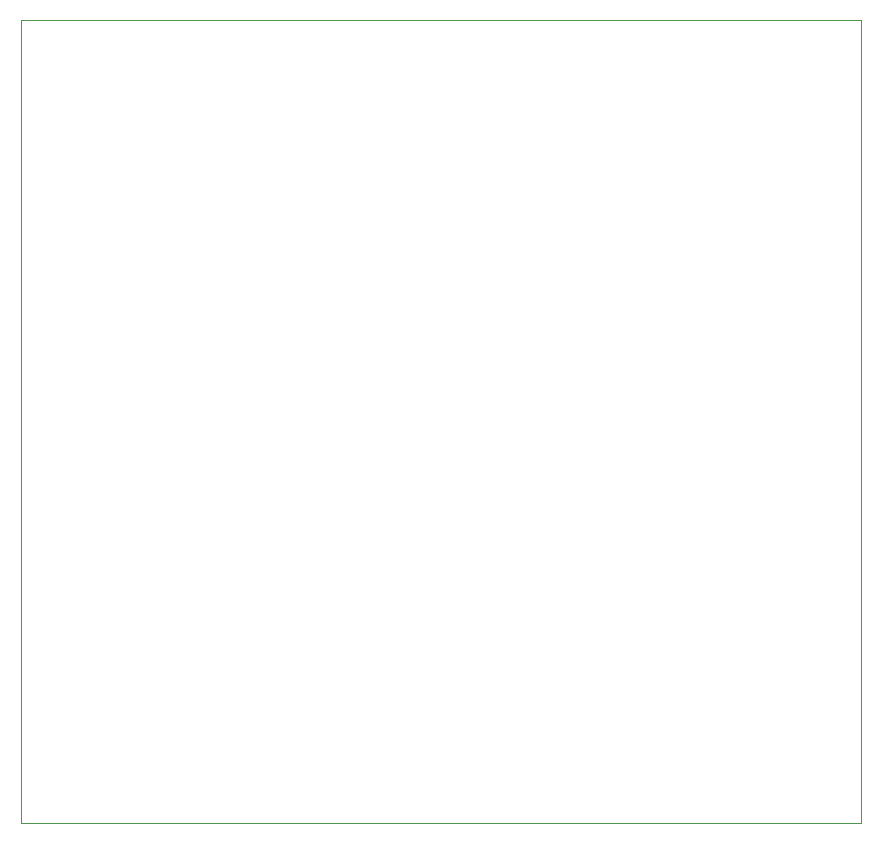
<source format=gm1>
G04 #@! TF.GenerationSoftware,KiCad,Pcbnew,(6.0.9)*
G04 #@! TF.CreationDate,2024-06-02T20:06:45+02:00*
G04 #@! TF.ProjectId,Sombrero_MSX_Goa'uld_X,536f6d62-7265-4726-9f5f-4d53585f476f,rev?*
G04 #@! TF.SameCoordinates,Original*
G04 #@! TF.FileFunction,Profile,NP*
%FSLAX46Y46*%
G04 Gerber Fmt 4.6, Leading zero omitted, Abs format (unit mm)*
G04 Created by KiCad (PCBNEW (6.0.9)) date 2024-06-02 20:06:45*
%MOMM*%
%LPD*%
G01*
G04 APERTURE LIST*
G04 #@! TA.AperFunction,Profile*
%ADD10C,0.050000*%
G04 #@! TD*
G04 APERTURE END LIST*
D10*
X106680000Y-75565000D02*
X177800000Y-75565000D01*
X177800000Y-75565000D02*
X177800000Y-143510000D01*
X177800000Y-143510000D02*
X106680000Y-143510000D01*
X106680000Y-143510000D02*
X106680000Y-75565000D01*
M02*

</source>
